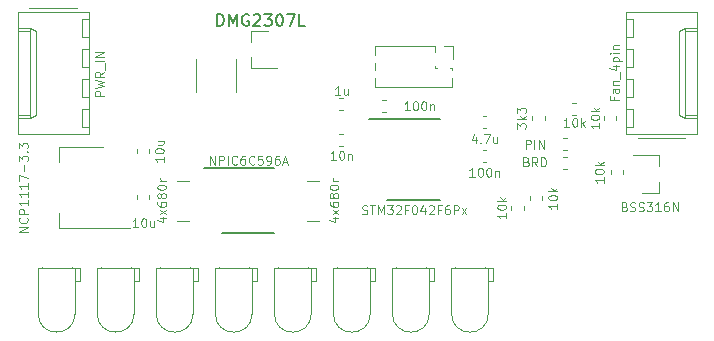
<source format=gbr>
G04 #@! TF.GenerationSoftware,KiCad,Pcbnew,(5.1.5)-3*
G04 #@! TF.CreationDate,2020-03-01T19:25:43+00:00*
G04 #@! TF.ProjectId,pwmfan,70776d66-616e-42e6-9b69-6361645f7063,rev?*
G04 #@! TF.SameCoordinates,Original*
G04 #@! TF.FileFunction,Legend,Top*
G04 #@! TF.FilePolarity,Positive*
%FSLAX46Y46*%
G04 Gerber Fmt 4.6, Leading zero omitted, Abs format (unit mm)*
G04 Created by KiCad (PCBNEW (5.1.5)-3) date 2020-03-01 19:25:43*
%MOMM*%
%LPD*%
G04 APERTURE LIST*
%ADD10C,0.120000*%
%ADD11C,0.150000*%
G04 APERTURE END LIST*
D10*
X71240000Y-53120000D02*
X72700000Y-53120000D01*
X71240000Y-56280000D02*
X73400000Y-56280000D01*
X71240000Y-56280000D02*
X71240000Y-55350000D01*
X71240000Y-53120000D02*
X71240000Y-54050000D01*
X97637221Y-63210000D02*
X97962779Y-63210000D01*
X97637221Y-62190000D02*
X97962779Y-62190000D01*
X95065000Y-60324721D02*
X95065000Y-60650279D01*
X96085000Y-60324721D02*
X96085000Y-60650279D01*
X102110000Y-60662779D02*
X102110000Y-60337221D01*
X101090000Y-60662779D02*
X101090000Y-60337221D01*
X98762779Y-59190000D02*
X98437221Y-59190000D01*
X98762779Y-60210000D02*
X98437221Y-60210000D01*
X66000000Y-65820000D02*
X65000000Y-65820000D01*
X66000000Y-69180000D02*
X65000000Y-69180000D01*
X77000000Y-69180000D02*
X76000000Y-69180000D01*
X77000000Y-65820000D02*
X76000000Y-65820000D01*
D11*
X68800000Y-70225000D02*
X73200000Y-70225000D01*
X67225000Y-64700000D02*
X73200000Y-64700000D01*
D10*
X76040000Y-73080000D02*
X76040000Y-73080000D01*
X76040000Y-73210000D02*
X76040000Y-73080000D01*
X76040000Y-73210000D02*
X76040000Y-73210000D01*
X76040000Y-73080000D02*
X76040000Y-73210000D01*
X73500000Y-73080000D02*
X73500000Y-73080000D01*
X73500000Y-73210000D02*
X73500000Y-73080000D01*
X73500000Y-73210000D02*
X73500000Y-73210000D01*
X73500000Y-73080000D02*
X73500000Y-73210000D01*
X76330000Y-73210000D02*
X76730000Y-73210000D01*
X76330000Y-74330000D02*
X76330000Y-73210000D01*
X76730000Y-74330000D02*
X76330000Y-74330000D01*
X76730000Y-73210000D02*
X76730000Y-74330000D01*
X73210000Y-73210000D02*
X76330000Y-73210000D01*
X76330000Y-73210000D02*
X76330000Y-77070000D01*
X73210000Y-73210000D02*
X73210000Y-77070000D01*
X76330000Y-77070000D02*
G75*
G02X73210000Y-77070000I-1560000J0D01*
G01*
X86330000Y-77070000D02*
G75*
G02X83210000Y-77070000I-1560000J0D01*
G01*
X83210000Y-73210000D02*
X83210000Y-77070000D01*
X86330000Y-73210000D02*
X86330000Y-77070000D01*
X83210000Y-73210000D02*
X86330000Y-73210000D01*
X86730000Y-73210000D02*
X86730000Y-74330000D01*
X86730000Y-74330000D02*
X86330000Y-74330000D01*
X86330000Y-74330000D02*
X86330000Y-73210000D01*
X86330000Y-73210000D02*
X86730000Y-73210000D01*
X83500000Y-73080000D02*
X83500000Y-73210000D01*
X83500000Y-73210000D02*
X83500000Y-73210000D01*
X83500000Y-73210000D02*
X83500000Y-73080000D01*
X83500000Y-73080000D02*
X83500000Y-73080000D01*
X86040000Y-73080000D02*
X86040000Y-73210000D01*
X86040000Y-73210000D02*
X86040000Y-73210000D01*
X86040000Y-73210000D02*
X86040000Y-73080000D01*
X86040000Y-73080000D02*
X86040000Y-73080000D01*
X81040000Y-73080000D02*
X81040000Y-73080000D01*
X81040000Y-73210000D02*
X81040000Y-73080000D01*
X81040000Y-73210000D02*
X81040000Y-73210000D01*
X81040000Y-73080000D02*
X81040000Y-73210000D01*
X78500000Y-73080000D02*
X78500000Y-73080000D01*
X78500000Y-73210000D02*
X78500000Y-73080000D01*
X78500000Y-73210000D02*
X78500000Y-73210000D01*
X78500000Y-73080000D02*
X78500000Y-73210000D01*
X81330000Y-73210000D02*
X81730000Y-73210000D01*
X81330000Y-74330000D02*
X81330000Y-73210000D01*
X81730000Y-74330000D02*
X81330000Y-74330000D01*
X81730000Y-73210000D02*
X81730000Y-74330000D01*
X78210000Y-73210000D02*
X81330000Y-73210000D01*
X81330000Y-73210000D02*
X81330000Y-77070000D01*
X78210000Y-73210000D02*
X78210000Y-77070000D01*
X81330000Y-77070000D02*
G75*
G02X78210000Y-77070000I-1560000J0D01*
G01*
X91330000Y-77070000D02*
G75*
G02X88210000Y-77070000I-1560000J0D01*
G01*
X88210000Y-73210000D02*
X88210000Y-77070000D01*
X91330000Y-73210000D02*
X91330000Y-77070000D01*
X88210000Y-73210000D02*
X91330000Y-73210000D01*
X91730000Y-73210000D02*
X91730000Y-74330000D01*
X91730000Y-74330000D02*
X91330000Y-74330000D01*
X91330000Y-74330000D02*
X91330000Y-73210000D01*
X91330000Y-73210000D02*
X91730000Y-73210000D01*
X88500000Y-73080000D02*
X88500000Y-73210000D01*
X88500000Y-73210000D02*
X88500000Y-73210000D01*
X88500000Y-73210000D02*
X88500000Y-73080000D01*
X88500000Y-73080000D02*
X88500000Y-73080000D01*
X91040000Y-73080000D02*
X91040000Y-73210000D01*
X91040000Y-73210000D02*
X91040000Y-73210000D01*
X91040000Y-73210000D02*
X91040000Y-73080000D01*
X91040000Y-73080000D02*
X91040000Y-73080000D01*
X94310000Y-68262779D02*
X94310000Y-67937221D01*
X93290000Y-68262779D02*
X93290000Y-67937221D01*
X94890000Y-67462779D02*
X94890000Y-67137221D01*
X95910000Y-67462779D02*
X95910000Y-67137221D01*
X56905000Y-61300000D02*
X57505000Y-61300000D01*
X56905000Y-59700000D02*
X56905000Y-61300000D01*
X57505000Y-59700000D02*
X56905000Y-59700000D01*
X56905000Y-58760000D02*
X57505000Y-58760000D01*
X56905000Y-57160000D02*
X56905000Y-58760000D01*
X57505000Y-57160000D02*
X56905000Y-57160000D01*
X56905000Y-56220000D02*
X57505000Y-56220000D01*
X56905000Y-54620000D02*
X56905000Y-56220000D01*
X57505000Y-54620000D02*
X56905000Y-54620000D01*
X56905000Y-53680000D02*
X57505000Y-53680000D01*
X56905000Y-52080000D02*
X56905000Y-53680000D01*
X57505000Y-52080000D02*
X56905000Y-52080000D01*
X51485000Y-60250000D02*
X52485000Y-60250000D01*
X51485000Y-53130000D02*
X52485000Y-53130000D01*
X53015000Y-60250000D02*
X52485000Y-60500000D01*
X53015000Y-53130000D02*
X53015000Y-60250000D01*
X52485000Y-52880000D02*
X53015000Y-53130000D01*
X52485000Y-60500000D02*
X51485000Y-60500000D01*
X52485000Y-52880000D02*
X52485000Y-60500000D01*
X51485000Y-52880000D02*
X52485000Y-52880000D01*
X56475000Y-51210000D02*
X52475000Y-51210000D01*
X57505000Y-61880000D02*
X57505000Y-51500000D01*
X51485000Y-61880000D02*
X57505000Y-61880000D01*
X51485000Y-51500000D02*
X51485000Y-61880000D01*
X57505000Y-51500000D02*
X51485000Y-51500000D01*
X102970000Y-61880000D02*
X108990000Y-61880000D01*
X108990000Y-61880000D02*
X108990000Y-51500000D01*
X108990000Y-51500000D02*
X102970000Y-51500000D01*
X102970000Y-51500000D02*
X102970000Y-61880000D01*
X104000000Y-62170000D02*
X108000000Y-62170000D01*
X108990000Y-60500000D02*
X107990000Y-60500000D01*
X107990000Y-60500000D02*
X107990000Y-52880000D01*
X107990000Y-52880000D02*
X108990000Y-52880000D01*
X107990000Y-60500000D02*
X107460000Y-60250000D01*
X107460000Y-60250000D02*
X107460000Y-53130000D01*
X107460000Y-53130000D02*
X107990000Y-52880000D01*
X108990000Y-60250000D02*
X107990000Y-60250000D01*
X108990000Y-53130000D02*
X107990000Y-53130000D01*
X102970000Y-61300000D02*
X103570000Y-61300000D01*
X103570000Y-61300000D02*
X103570000Y-59700000D01*
X103570000Y-59700000D02*
X102970000Y-59700000D01*
X102970000Y-58760000D02*
X103570000Y-58760000D01*
X103570000Y-58760000D02*
X103570000Y-57160000D01*
X103570000Y-57160000D02*
X102970000Y-57160000D01*
X102970000Y-56220000D02*
X103570000Y-56220000D01*
X103570000Y-56220000D02*
X103570000Y-54620000D01*
X103570000Y-54620000D02*
X102970000Y-54620000D01*
X102970000Y-53680000D02*
X103570000Y-53680000D01*
X103570000Y-53680000D02*
X103570000Y-52080000D01*
X103570000Y-52080000D02*
X102970000Y-52080000D01*
X69960000Y-55501248D02*
X69960000Y-58273752D01*
X66540000Y-55501248D02*
X66540000Y-58273752D01*
X56040000Y-73080000D02*
X56040000Y-73080000D01*
X56040000Y-73210000D02*
X56040000Y-73080000D01*
X56040000Y-73210000D02*
X56040000Y-73210000D01*
X56040000Y-73080000D02*
X56040000Y-73210000D01*
X53500000Y-73080000D02*
X53500000Y-73080000D01*
X53500000Y-73210000D02*
X53500000Y-73080000D01*
X53500000Y-73210000D02*
X53500000Y-73210000D01*
X53500000Y-73080000D02*
X53500000Y-73210000D01*
X56330000Y-73210000D02*
X56730000Y-73210000D01*
X56330000Y-74330000D02*
X56330000Y-73210000D01*
X56730000Y-74330000D02*
X56330000Y-74330000D01*
X56730000Y-73210000D02*
X56730000Y-74330000D01*
X53210000Y-73210000D02*
X56330000Y-73210000D01*
X56330000Y-73210000D02*
X56330000Y-77070000D01*
X53210000Y-73210000D02*
X53210000Y-77070000D01*
X56330000Y-77070000D02*
G75*
G02X53210000Y-77070000I-1560000J0D01*
G01*
X61330000Y-77070000D02*
G75*
G02X58210000Y-77070000I-1560000J0D01*
G01*
X58210000Y-73210000D02*
X58210000Y-77070000D01*
X61330000Y-73210000D02*
X61330000Y-77070000D01*
X58210000Y-73210000D02*
X61330000Y-73210000D01*
X61730000Y-73210000D02*
X61730000Y-74330000D01*
X61730000Y-74330000D02*
X61330000Y-74330000D01*
X61330000Y-74330000D02*
X61330000Y-73210000D01*
X61330000Y-73210000D02*
X61730000Y-73210000D01*
X58500000Y-73080000D02*
X58500000Y-73210000D01*
X58500000Y-73210000D02*
X58500000Y-73210000D01*
X58500000Y-73210000D02*
X58500000Y-73080000D01*
X58500000Y-73080000D02*
X58500000Y-73080000D01*
X61040000Y-73080000D02*
X61040000Y-73210000D01*
X61040000Y-73210000D02*
X61040000Y-73210000D01*
X61040000Y-73210000D02*
X61040000Y-73080000D01*
X61040000Y-73080000D02*
X61040000Y-73080000D01*
X66040000Y-73080000D02*
X66040000Y-73080000D01*
X66040000Y-73210000D02*
X66040000Y-73080000D01*
X66040000Y-73210000D02*
X66040000Y-73210000D01*
X66040000Y-73080000D02*
X66040000Y-73210000D01*
X63500000Y-73080000D02*
X63500000Y-73080000D01*
X63500000Y-73210000D02*
X63500000Y-73080000D01*
X63500000Y-73210000D02*
X63500000Y-73210000D01*
X63500000Y-73080000D02*
X63500000Y-73210000D01*
X66330000Y-73210000D02*
X66730000Y-73210000D01*
X66330000Y-74330000D02*
X66330000Y-73210000D01*
X66730000Y-74330000D02*
X66330000Y-74330000D01*
X66730000Y-73210000D02*
X66730000Y-74330000D01*
X63210000Y-73210000D02*
X66330000Y-73210000D01*
X66330000Y-73210000D02*
X66330000Y-77070000D01*
X63210000Y-73210000D02*
X63210000Y-77070000D01*
X66330000Y-77070000D02*
G75*
G02X63210000Y-77070000I-1560000J0D01*
G01*
X71330000Y-77070000D02*
G75*
G02X68210000Y-77070000I-1560000J0D01*
G01*
X68210000Y-73210000D02*
X68210000Y-77070000D01*
X71330000Y-73210000D02*
X71330000Y-77070000D01*
X68210000Y-73210000D02*
X71330000Y-73210000D01*
X71730000Y-73210000D02*
X71730000Y-74330000D01*
X71730000Y-74330000D02*
X71330000Y-74330000D01*
X71330000Y-74330000D02*
X71330000Y-73210000D01*
X71330000Y-73210000D02*
X71730000Y-73210000D01*
X68500000Y-73080000D02*
X68500000Y-73210000D01*
X68500000Y-73210000D02*
X68500000Y-73210000D01*
X68500000Y-73210000D02*
X68500000Y-73080000D01*
X68500000Y-73080000D02*
X68500000Y-73080000D01*
X71040000Y-73080000D02*
X71040000Y-73210000D01*
X71040000Y-73210000D02*
X71040000Y-73210000D01*
X71040000Y-73210000D02*
X71040000Y-73080000D01*
X71040000Y-73080000D02*
X71040000Y-73080000D01*
X81765000Y-54370000D02*
X81765000Y-55192470D01*
X81765000Y-57077530D02*
X81765000Y-57900000D01*
X81765000Y-55807530D02*
X81765000Y-56462470D01*
X86780000Y-54370000D02*
X81765000Y-54370000D01*
X88235000Y-57900000D02*
X81765000Y-57900000D01*
X86780000Y-54370000D02*
X86780000Y-54936529D01*
X86780000Y-56063471D02*
X86780000Y-56206529D01*
X86833471Y-56260000D02*
X86976529Y-56260000D01*
X88103471Y-56260000D02*
X88235000Y-56260000D01*
X88235000Y-56260000D02*
X88235000Y-56462470D01*
X88235000Y-57077530D02*
X88235000Y-57900000D01*
X87540000Y-54370000D02*
X88300000Y-54370000D01*
X88300000Y-54370000D02*
X88300000Y-55500000D01*
X82662779Y-60010000D02*
X82337221Y-60010000D01*
X82662779Y-58990000D02*
X82337221Y-58990000D01*
X90837221Y-64197500D02*
X91162779Y-64197500D01*
X90837221Y-63177500D02*
X91162779Y-63177500D01*
X79025279Y-62860000D02*
X78699721Y-62860000D01*
X79025279Y-61840000D02*
X78699721Y-61840000D01*
X79025279Y-58840000D02*
X78699721Y-58840000D01*
X79025279Y-59860000D02*
X78699721Y-59860000D01*
X62610000Y-63137221D02*
X62610000Y-63462779D01*
X61590000Y-63137221D02*
X61590000Y-63462779D01*
X61590000Y-67024721D02*
X61590000Y-67350279D01*
X62610000Y-67024721D02*
X62610000Y-67350279D01*
X90837221Y-60365000D02*
X91162779Y-60365000D01*
X90837221Y-61385000D02*
X91162779Y-61385000D01*
D11*
X82775000Y-67450000D02*
X87225000Y-67450000D01*
X81250000Y-60550000D02*
X87225000Y-60550000D01*
D10*
X54940000Y-62990000D02*
X54940000Y-64250000D01*
X54940000Y-69810000D02*
X54940000Y-68550000D01*
X58700000Y-62990000D02*
X54940000Y-62990000D01*
X60950000Y-69810000D02*
X54940000Y-69810000D01*
X105760000Y-66830000D02*
X105760000Y-65900000D01*
X105760000Y-63670000D02*
X105760000Y-64600000D01*
X105760000Y-63670000D02*
X103600000Y-63670000D01*
X105760000Y-66830000D02*
X104300000Y-66830000D01*
X97962779Y-63790000D02*
X97637221Y-63790000D01*
X97962779Y-64810000D02*
X97637221Y-64810000D01*
X101740000Y-65250279D02*
X101740000Y-64924721D01*
X102760000Y-65250279D02*
X102760000Y-64924721D01*
D11*
X68357142Y-52702380D02*
X68357142Y-51702380D01*
X68595238Y-51702380D01*
X68738095Y-51750000D01*
X68833333Y-51845238D01*
X68880952Y-51940476D01*
X68928571Y-52130952D01*
X68928571Y-52273809D01*
X68880952Y-52464285D01*
X68833333Y-52559523D01*
X68738095Y-52654761D01*
X68595238Y-52702380D01*
X68357142Y-52702380D01*
X69357142Y-52702380D02*
X69357142Y-51702380D01*
X69690476Y-52416666D01*
X70023809Y-51702380D01*
X70023809Y-52702380D01*
X71023809Y-51750000D02*
X70928571Y-51702380D01*
X70785714Y-51702380D01*
X70642857Y-51750000D01*
X70547619Y-51845238D01*
X70500000Y-51940476D01*
X70452380Y-52130952D01*
X70452380Y-52273809D01*
X70500000Y-52464285D01*
X70547619Y-52559523D01*
X70642857Y-52654761D01*
X70785714Y-52702380D01*
X70880952Y-52702380D01*
X71023809Y-52654761D01*
X71071428Y-52607142D01*
X71071428Y-52273809D01*
X70880952Y-52273809D01*
X71452380Y-51797619D02*
X71500000Y-51750000D01*
X71595238Y-51702380D01*
X71833333Y-51702380D01*
X71928571Y-51750000D01*
X71976190Y-51797619D01*
X72023809Y-51892857D01*
X72023809Y-51988095D01*
X71976190Y-52130952D01*
X71404761Y-52702380D01*
X72023809Y-52702380D01*
X72357142Y-51702380D02*
X72976190Y-51702380D01*
X72642857Y-52083333D01*
X72785714Y-52083333D01*
X72880952Y-52130952D01*
X72928571Y-52178571D01*
X72976190Y-52273809D01*
X72976190Y-52511904D01*
X72928571Y-52607142D01*
X72880952Y-52654761D01*
X72785714Y-52702380D01*
X72500000Y-52702380D01*
X72404761Y-52654761D01*
X72357142Y-52607142D01*
X73595238Y-51702380D02*
X73690476Y-51702380D01*
X73785714Y-51750000D01*
X73833333Y-51797619D01*
X73880952Y-51892857D01*
X73928571Y-52083333D01*
X73928571Y-52321428D01*
X73880952Y-52511904D01*
X73833333Y-52607142D01*
X73785714Y-52654761D01*
X73690476Y-52702380D01*
X73595238Y-52702380D01*
X73500000Y-52654761D01*
X73452380Y-52607142D01*
X73404761Y-52511904D01*
X73357142Y-52321428D01*
X73357142Y-52083333D01*
X73404761Y-51892857D01*
X73452380Y-51797619D01*
X73500000Y-51750000D01*
X73595238Y-51702380D01*
X74261904Y-51702380D02*
X74928571Y-51702380D01*
X74500000Y-52702380D01*
X75785714Y-52702380D02*
X75309523Y-52702380D01*
X75309523Y-51702380D01*
D10*
X94482142Y-63089285D02*
X94482142Y-62339285D01*
X94767857Y-62339285D01*
X94839285Y-62375000D01*
X94875000Y-62410714D01*
X94910714Y-62482142D01*
X94910714Y-62589285D01*
X94875000Y-62660714D01*
X94839285Y-62696428D01*
X94767857Y-62732142D01*
X94482142Y-62732142D01*
X95232142Y-63089285D02*
X95232142Y-62339285D01*
X95589285Y-63089285D02*
X95589285Y-62339285D01*
X96017857Y-63089285D01*
X96017857Y-62339285D01*
X93734285Y-61398214D02*
X93734285Y-60933928D01*
X94020000Y-61183928D01*
X94020000Y-61076785D01*
X94055714Y-61005357D01*
X94091428Y-60969642D01*
X94162857Y-60933928D01*
X94341428Y-60933928D01*
X94412857Y-60969642D01*
X94448571Y-61005357D01*
X94484285Y-61076785D01*
X94484285Y-61291071D01*
X94448571Y-61362500D01*
X94412857Y-61398214D01*
X94484285Y-60612500D02*
X93734285Y-60612500D01*
X94198571Y-60541071D02*
X94484285Y-60326785D01*
X93984285Y-60326785D02*
X94270000Y-60612500D01*
X93734285Y-60076785D02*
X93734285Y-59612500D01*
X94020000Y-59862500D01*
X94020000Y-59755357D01*
X94055714Y-59683928D01*
X94091428Y-59648214D01*
X94162857Y-59612500D01*
X94341428Y-59612500D01*
X94412857Y-59648214D01*
X94448571Y-59683928D01*
X94484285Y-59755357D01*
X94484285Y-59969642D01*
X94448571Y-60041071D01*
X94412857Y-60076785D01*
X100739285Y-60946428D02*
X100739285Y-61375000D01*
X100739285Y-61160714D02*
X99989285Y-61160714D01*
X100096428Y-61232142D01*
X100167857Y-61303571D01*
X100203571Y-61375000D01*
X99989285Y-60482142D02*
X99989285Y-60410714D01*
X100025000Y-60339285D01*
X100060714Y-60303571D01*
X100132142Y-60267857D01*
X100275000Y-60232142D01*
X100453571Y-60232142D01*
X100596428Y-60267857D01*
X100667857Y-60303571D01*
X100703571Y-60339285D01*
X100739285Y-60410714D01*
X100739285Y-60482142D01*
X100703571Y-60553571D01*
X100667857Y-60589285D01*
X100596428Y-60625000D01*
X100453571Y-60660714D01*
X100275000Y-60660714D01*
X100132142Y-60625000D01*
X100060714Y-60589285D01*
X100025000Y-60553571D01*
X99989285Y-60482142D01*
X100739285Y-59910714D02*
X99989285Y-59910714D01*
X100453571Y-59839285D02*
X100739285Y-59625000D01*
X100239285Y-59625000D02*
X100525000Y-59910714D01*
X98153571Y-61239285D02*
X97725000Y-61239285D01*
X97939285Y-61239285D02*
X97939285Y-60489285D01*
X97867857Y-60596428D01*
X97796428Y-60667857D01*
X97725000Y-60703571D01*
X98617857Y-60489285D02*
X98689285Y-60489285D01*
X98760714Y-60525000D01*
X98796428Y-60560714D01*
X98832142Y-60632142D01*
X98867857Y-60775000D01*
X98867857Y-60953571D01*
X98832142Y-61096428D01*
X98796428Y-61167857D01*
X98760714Y-61203571D01*
X98689285Y-61239285D01*
X98617857Y-61239285D01*
X98546428Y-61203571D01*
X98510714Y-61167857D01*
X98475000Y-61096428D01*
X98439285Y-60953571D01*
X98439285Y-60775000D01*
X98475000Y-60632142D01*
X98510714Y-60560714D01*
X98546428Y-60525000D01*
X98617857Y-60489285D01*
X99189285Y-61239285D02*
X99189285Y-60489285D01*
X99260714Y-60953571D02*
X99475000Y-61239285D01*
X99475000Y-60739285D02*
X99189285Y-61025000D01*
X63539285Y-68964285D02*
X64039285Y-68964285D01*
X63253571Y-69142857D02*
X63789285Y-69321428D01*
X63789285Y-68857142D01*
X64039285Y-68642857D02*
X63539285Y-68250000D01*
X63539285Y-68642857D02*
X64039285Y-68250000D01*
X63289285Y-67642857D02*
X63289285Y-67785714D01*
X63325000Y-67857142D01*
X63360714Y-67892857D01*
X63467857Y-67964285D01*
X63610714Y-68000000D01*
X63896428Y-68000000D01*
X63967857Y-67964285D01*
X64003571Y-67928571D01*
X64039285Y-67857142D01*
X64039285Y-67714285D01*
X64003571Y-67642857D01*
X63967857Y-67607142D01*
X63896428Y-67571428D01*
X63717857Y-67571428D01*
X63646428Y-67607142D01*
X63610714Y-67642857D01*
X63575000Y-67714285D01*
X63575000Y-67857142D01*
X63610714Y-67928571D01*
X63646428Y-67964285D01*
X63717857Y-68000000D01*
X63610714Y-67142857D02*
X63575000Y-67214285D01*
X63539285Y-67250000D01*
X63467857Y-67285714D01*
X63432142Y-67285714D01*
X63360714Y-67250000D01*
X63325000Y-67214285D01*
X63289285Y-67142857D01*
X63289285Y-67000000D01*
X63325000Y-66928571D01*
X63360714Y-66892857D01*
X63432142Y-66857142D01*
X63467857Y-66857142D01*
X63539285Y-66892857D01*
X63575000Y-66928571D01*
X63610714Y-67000000D01*
X63610714Y-67142857D01*
X63646428Y-67214285D01*
X63682142Y-67250000D01*
X63753571Y-67285714D01*
X63896428Y-67285714D01*
X63967857Y-67250000D01*
X64003571Y-67214285D01*
X64039285Y-67142857D01*
X64039285Y-67000000D01*
X64003571Y-66928571D01*
X63967857Y-66892857D01*
X63896428Y-66857142D01*
X63753571Y-66857142D01*
X63682142Y-66892857D01*
X63646428Y-66928571D01*
X63610714Y-67000000D01*
X63289285Y-66392857D02*
X63289285Y-66321428D01*
X63325000Y-66250000D01*
X63360714Y-66214285D01*
X63432142Y-66178571D01*
X63575000Y-66142857D01*
X63753571Y-66142857D01*
X63896428Y-66178571D01*
X63967857Y-66214285D01*
X64003571Y-66250000D01*
X64039285Y-66321428D01*
X64039285Y-66392857D01*
X64003571Y-66464285D01*
X63967857Y-66500000D01*
X63896428Y-66535714D01*
X63753571Y-66571428D01*
X63575000Y-66571428D01*
X63432142Y-66535714D01*
X63360714Y-66500000D01*
X63325000Y-66464285D01*
X63289285Y-66392857D01*
X64039285Y-65821428D02*
X63539285Y-65821428D01*
X63682142Y-65821428D02*
X63610714Y-65785714D01*
X63575000Y-65750000D01*
X63539285Y-65678571D01*
X63539285Y-65607142D01*
X78139285Y-68964285D02*
X78639285Y-68964285D01*
X77853571Y-69142857D02*
X78389285Y-69321428D01*
X78389285Y-68857142D01*
X78639285Y-68642857D02*
X78139285Y-68250000D01*
X78139285Y-68642857D02*
X78639285Y-68250000D01*
X77889285Y-67642857D02*
X77889285Y-67785714D01*
X77925000Y-67857142D01*
X77960714Y-67892857D01*
X78067857Y-67964285D01*
X78210714Y-68000000D01*
X78496428Y-68000000D01*
X78567857Y-67964285D01*
X78603571Y-67928571D01*
X78639285Y-67857142D01*
X78639285Y-67714285D01*
X78603571Y-67642857D01*
X78567857Y-67607142D01*
X78496428Y-67571428D01*
X78317857Y-67571428D01*
X78246428Y-67607142D01*
X78210714Y-67642857D01*
X78175000Y-67714285D01*
X78175000Y-67857142D01*
X78210714Y-67928571D01*
X78246428Y-67964285D01*
X78317857Y-68000000D01*
X78210714Y-67142857D02*
X78175000Y-67214285D01*
X78139285Y-67250000D01*
X78067857Y-67285714D01*
X78032142Y-67285714D01*
X77960714Y-67250000D01*
X77925000Y-67214285D01*
X77889285Y-67142857D01*
X77889285Y-67000000D01*
X77925000Y-66928571D01*
X77960714Y-66892857D01*
X78032142Y-66857142D01*
X78067857Y-66857142D01*
X78139285Y-66892857D01*
X78175000Y-66928571D01*
X78210714Y-67000000D01*
X78210714Y-67142857D01*
X78246428Y-67214285D01*
X78282142Y-67250000D01*
X78353571Y-67285714D01*
X78496428Y-67285714D01*
X78567857Y-67250000D01*
X78603571Y-67214285D01*
X78639285Y-67142857D01*
X78639285Y-67000000D01*
X78603571Y-66928571D01*
X78567857Y-66892857D01*
X78496428Y-66857142D01*
X78353571Y-66857142D01*
X78282142Y-66892857D01*
X78246428Y-66928571D01*
X78210714Y-67000000D01*
X77889285Y-66392857D02*
X77889285Y-66321428D01*
X77925000Y-66250000D01*
X77960714Y-66214285D01*
X78032142Y-66178571D01*
X78175000Y-66142857D01*
X78353571Y-66142857D01*
X78496428Y-66178571D01*
X78567857Y-66214285D01*
X78603571Y-66250000D01*
X78639285Y-66321428D01*
X78639285Y-66392857D01*
X78603571Y-66464285D01*
X78567857Y-66500000D01*
X78496428Y-66535714D01*
X78353571Y-66571428D01*
X78175000Y-66571428D01*
X78032142Y-66535714D01*
X77960714Y-66500000D01*
X77925000Y-66464285D01*
X77889285Y-66392857D01*
X78639285Y-65821428D02*
X78139285Y-65821428D01*
X78282142Y-65821428D02*
X78210714Y-65785714D01*
X78175000Y-65750000D01*
X78139285Y-65678571D01*
X78139285Y-65607142D01*
X67732142Y-64439285D02*
X67732142Y-63689285D01*
X68160714Y-64439285D01*
X68160714Y-63689285D01*
X68517857Y-64439285D02*
X68517857Y-63689285D01*
X68803571Y-63689285D01*
X68875000Y-63725000D01*
X68910714Y-63760714D01*
X68946428Y-63832142D01*
X68946428Y-63939285D01*
X68910714Y-64010714D01*
X68875000Y-64046428D01*
X68803571Y-64082142D01*
X68517857Y-64082142D01*
X69267857Y-64439285D02*
X69267857Y-63689285D01*
X70053571Y-64367857D02*
X70017857Y-64403571D01*
X69910714Y-64439285D01*
X69839285Y-64439285D01*
X69732142Y-64403571D01*
X69660714Y-64332142D01*
X69625000Y-64260714D01*
X69589285Y-64117857D01*
X69589285Y-64010714D01*
X69625000Y-63867857D01*
X69660714Y-63796428D01*
X69732142Y-63725000D01*
X69839285Y-63689285D01*
X69910714Y-63689285D01*
X70017857Y-63725000D01*
X70053571Y-63760714D01*
X70696428Y-63689285D02*
X70553571Y-63689285D01*
X70482142Y-63725000D01*
X70446428Y-63760714D01*
X70375000Y-63867857D01*
X70339285Y-64010714D01*
X70339285Y-64296428D01*
X70375000Y-64367857D01*
X70410714Y-64403571D01*
X70482142Y-64439285D01*
X70625000Y-64439285D01*
X70696428Y-64403571D01*
X70732142Y-64367857D01*
X70767857Y-64296428D01*
X70767857Y-64117857D01*
X70732142Y-64046428D01*
X70696428Y-64010714D01*
X70625000Y-63975000D01*
X70482142Y-63975000D01*
X70410714Y-64010714D01*
X70375000Y-64046428D01*
X70339285Y-64117857D01*
X71517857Y-64367857D02*
X71482142Y-64403571D01*
X71375000Y-64439285D01*
X71303571Y-64439285D01*
X71196428Y-64403571D01*
X71125000Y-64332142D01*
X71089285Y-64260714D01*
X71053571Y-64117857D01*
X71053571Y-64010714D01*
X71089285Y-63867857D01*
X71125000Y-63796428D01*
X71196428Y-63725000D01*
X71303571Y-63689285D01*
X71375000Y-63689285D01*
X71482142Y-63725000D01*
X71517857Y-63760714D01*
X72196428Y-63689285D02*
X71839285Y-63689285D01*
X71803571Y-64046428D01*
X71839285Y-64010714D01*
X71910714Y-63975000D01*
X72089285Y-63975000D01*
X72160714Y-64010714D01*
X72196428Y-64046428D01*
X72232142Y-64117857D01*
X72232142Y-64296428D01*
X72196428Y-64367857D01*
X72160714Y-64403571D01*
X72089285Y-64439285D01*
X71910714Y-64439285D01*
X71839285Y-64403571D01*
X71803571Y-64367857D01*
X72589285Y-64439285D02*
X72732142Y-64439285D01*
X72803571Y-64403571D01*
X72839285Y-64367857D01*
X72910714Y-64260714D01*
X72946428Y-64117857D01*
X72946428Y-63832142D01*
X72910714Y-63760714D01*
X72875000Y-63725000D01*
X72803571Y-63689285D01*
X72660714Y-63689285D01*
X72589285Y-63725000D01*
X72553571Y-63760714D01*
X72517857Y-63832142D01*
X72517857Y-64010714D01*
X72553571Y-64082142D01*
X72589285Y-64117857D01*
X72660714Y-64153571D01*
X72803571Y-64153571D01*
X72875000Y-64117857D01*
X72910714Y-64082142D01*
X72946428Y-64010714D01*
X73589285Y-63689285D02*
X73446428Y-63689285D01*
X73375000Y-63725000D01*
X73339285Y-63760714D01*
X73267857Y-63867857D01*
X73232142Y-64010714D01*
X73232142Y-64296428D01*
X73267857Y-64367857D01*
X73303571Y-64403571D01*
X73375000Y-64439285D01*
X73517857Y-64439285D01*
X73589285Y-64403571D01*
X73625000Y-64367857D01*
X73660714Y-64296428D01*
X73660714Y-64117857D01*
X73625000Y-64046428D01*
X73589285Y-64010714D01*
X73517857Y-63975000D01*
X73375000Y-63975000D01*
X73303571Y-64010714D01*
X73267857Y-64046428D01*
X73232142Y-64117857D01*
X73946428Y-64225000D02*
X74303571Y-64225000D01*
X73875000Y-64439285D02*
X74125000Y-63689285D01*
X74375000Y-64439285D01*
X92839285Y-68546428D02*
X92839285Y-68975000D01*
X92839285Y-68760714D02*
X92089285Y-68760714D01*
X92196428Y-68832142D01*
X92267857Y-68903571D01*
X92303571Y-68975000D01*
X92089285Y-68082142D02*
X92089285Y-68010714D01*
X92125000Y-67939285D01*
X92160714Y-67903571D01*
X92232142Y-67867857D01*
X92375000Y-67832142D01*
X92553571Y-67832142D01*
X92696428Y-67867857D01*
X92767857Y-67903571D01*
X92803571Y-67939285D01*
X92839285Y-68010714D01*
X92839285Y-68082142D01*
X92803571Y-68153571D01*
X92767857Y-68189285D01*
X92696428Y-68225000D01*
X92553571Y-68260714D01*
X92375000Y-68260714D01*
X92232142Y-68225000D01*
X92160714Y-68189285D01*
X92125000Y-68153571D01*
X92089285Y-68082142D01*
X92839285Y-67510714D02*
X92089285Y-67510714D01*
X92553571Y-67439285D02*
X92839285Y-67225000D01*
X92339285Y-67225000D02*
X92625000Y-67510714D01*
X97169285Y-67746428D02*
X97169285Y-68175000D01*
X97169285Y-67960714D02*
X96419285Y-67960714D01*
X96526428Y-68032142D01*
X96597857Y-68103571D01*
X96633571Y-68175000D01*
X96419285Y-67282142D02*
X96419285Y-67210714D01*
X96455000Y-67139285D01*
X96490714Y-67103571D01*
X96562142Y-67067857D01*
X96705000Y-67032142D01*
X96883571Y-67032142D01*
X97026428Y-67067857D01*
X97097857Y-67103571D01*
X97133571Y-67139285D01*
X97169285Y-67210714D01*
X97169285Y-67282142D01*
X97133571Y-67353571D01*
X97097857Y-67389285D01*
X97026428Y-67425000D01*
X96883571Y-67460714D01*
X96705000Y-67460714D01*
X96562142Y-67425000D01*
X96490714Y-67389285D01*
X96455000Y-67353571D01*
X96419285Y-67282142D01*
X97169285Y-66710714D02*
X96419285Y-66710714D01*
X96883571Y-66639285D02*
X97169285Y-66425000D01*
X96669285Y-66425000D02*
X96955000Y-66710714D01*
X58789285Y-58607142D02*
X58039285Y-58607142D01*
X58039285Y-58321428D01*
X58075000Y-58250000D01*
X58110714Y-58214285D01*
X58182142Y-58178571D01*
X58289285Y-58178571D01*
X58360714Y-58214285D01*
X58396428Y-58250000D01*
X58432142Y-58321428D01*
X58432142Y-58607142D01*
X58039285Y-57928571D02*
X58789285Y-57750000D01*
X58253571Y-57607142D01*
X58789285Y-57464285D01*
X58039285Y-57285714D01*
X58789285Y-56571428D02*
X58432142Y-56821428D01*
X58789285Y-57000000D02*
X58039285Y-57000000D01*
X58039285Y-56714285D01*
X58075000Y-56642857D01*
X58110714Y-56607142D01*
X58182142Y-56571428D01*
X58289285Y-56571428D01*
X58360714Y-56607142D01*
X58396428Y-56642857D01*
X58432142Y-56714285D01*
X58432142Y-57000000D01*
X58860714Y-56428571D02*
X58860714Y-55857142D01*
X58789285Y-55678571D02*
X58039285Y-55678571D01*
X58789285Y-55321428D02*
X58039285Y-55321428D01*
X58789285Y-54892857D01*
X58039285Y-54892857D01*
X101971428Y-58746428D02*
X101971428Y-58996428D01*
X102364285Y-58996428D02*
X101614285Y-58996428D01*
X101614285Y-58639285D01*
X102364285Y-58032142D02*
X101971428Y-58032142D01*
X101900000Y-58067857D01*
X101864285Y-58139285D01*
X101864285Y-58282142D01*
X101900000Y-58353571D01*
X102328571Y-58032142D02*
X102364285Y-58103571D01*
X102364285Y-58282142D01*
X102328571Y-58353571D01*
X102257142Y-58389285D01*
X102185714Y-58389285D01*
X102114285Y-58353571D01*
X102078571Y-58282142D01*
X102078571Y-58103571D01*
X102042857Y-58032142D01*
X101864285Y-57675000D02*
X102364285Y-57675000D01*
X101935714Y-57675000D02*
X101900000Y-57639285D01*
X101864285Y-57567857D01*
X101864285Y-57460714D01*
X101900000Y-57389285D01*
X101971428Y-57353571D01*
X102364285Y-57353571D01*
X102435714Y-57175000D02*
X102435714Y-56603571D01*
X101864285Y-56103571D02*
X102364285Y-56103571D01*
X101578571Y-56282142D02*
X102114285Y-56460714D01*
X102114285Y-55996428D01*
X101864285Y-55710714D02*
X102614285Y-55710714D01*
X101900000Y-55710714D02*
X101864285Y-55639285D01*
X101864285Y-55496428D01*
X101900000Y-55425000D01*
X101935714Y-55389285D01*
X102007142Y-55353571D01*
X102221428Y-55353571D01*
X102292857Y-55389285D01*
X102328571Y-55425000D01*
X102364285Y-55496428D01*
X102364285Y-55639285D01*
X102328571Y-55710714D01*
X102364285Y-55032142D02*
X101864285Y-55032142D01*
X101614285Y-55032142D02*
X101650000Y-55067857D01*
X101685714Y-55032142D01*
X101650000Y-54996428D01*
X101614285Y-55032142D01*
X101685714Y-55032142D01*
X101864285Y-54675000D02*
X102364285Y-54675000D01*
X101935714Y-54675000D02*
X101900000Y-54639285D01*
X101864285Y-54567857D01*
X101864285Y-54460714D01*
X101900000Y-54389285D01*
X101971428Y-54353571D01*
X102364285Y-54353571D01*
X84660714Y-59839285D02*
X84232142Y-59839285D01*
X84446428Y-59839285D02*
X84446428Y-59089285D01*
X84375000Y-59196428D01*
X84303571Y-59267857D01*
X84232142Y-59303571D01*
X85125000Y-59089285D02*
X85196428Y-59089285D01*
X85267857Y-59125000D01*
X85303571Y-59160714D01*
X85339285Y-59232142D01*
X85375000Y-59375000D01*
X85375000Y-59553571D01*
X85339285Y-59696428D01*
X85303571Y-59767857D01*
X85267857Y-59803571D01*
X85196428Y-59839285D01*
X85125000Y-59839285D01*
X85053571Y-59803571D01*
X85017857Y-59767857D01*
X84982142Y-59696428D01*
X84946428Y-59553571D01*
X84946428Y-59375000D01*
X84982142Y-59232142D01*
X85017857Y-59160714D01*
X85053571Y-59125000D01*
X85125000Y-59089285D01*
X85839285Y-59089285D02*
X85910714Y-59089285D01*
X85982142Y-59125000D01*
X86017857Y-59160714D01*
X86053571Y-59232142D01*
X86089285Y-59375000D01*
X86089285Y-59553571D01*
X86053571Y-59696428D01*
X86017857Y-59767857D01*
X85982142Y-59803571D01*
X85910714Y-59839285D01*
X85839285Y-59839285D01*
X85767857Y-59803571D01*
X85732142Y-59767857D01*
X85696428Y-59696428D01*
X85660714Y-59553571D01*
X85660714Y-59375000D01*
X85696428Y-59232142D01*
X85732142Y-59160714D01*
X85767857Y-59125000D01*
X85839285Y-59089285D01*
X86410714Y-59339285D02*
X86410714Y-59839285D01*
X86410714Y-59410714D02*
X86446428Y-59375000D01*
X86517857Y-59339285D01*
X86625000Y-59339285D01*
X86696428Y-59375000D01*
X86732142Y-59446428D01*
X86732142Y-59839285D01*
X90160714Y-65456785D02*
X89732142Y-65456785D01*
X89946428Y-65456785D02*
X89946428Y-64706785D01*
X89875000Y-64813928D01*
X89803571Y-64885357D01*
X89732142Y-64921071D01*
X90625000Y-64706785D02*
X90696428Y-64706785D01*
X90767857Y-64742500D01*
X90803571Y-64778214D01*
X90839285Y-64849642D01*
X90875000Y-64992500D01*
X90875000Y-65171071D01*
X90839285Y-65313928D01*
X90803571Y-65385357D01*
X90767857Y-65421071D01*
X90696428Y-65456785D01*
X90625000Y-65456785D01*
X90553571Y-65421071D01*
X90517857Y-65385357D01*
X90482142Y-65313928D01*
X90446428Y-65171071D01*
X90446428Y-64992500D01*
X90482142Y-64849642D01*
X90517857Y-64778214D01*
X90553571Y-64742500D01*
X90625000Y-64706785D01*
X91339285Y-64706785D02*
X91410714Y-64706785D01*
X91482142Y-64742500D01*
X91517857Y-64778214D01*
X91553571Y-64849642D01*
X91589285Y-64992500D01*
X91589285Y-65171071D01*
X91553571Y-65313928D01*
X91517857Y-65385357D01*
X91482142Y-65421071D01*
X91410714Y-65456785D01*
X91339285Y-65456785D01*
X91267857Y-65421071D01*
X91232142Y-65385357D01*
X91196428Y-65313928D01*
X91160714Y-65171071D01*
X91160714Y-64992500D01*
X91196428Y-64849642D01*
X91232142Y-64778214D01*
X91267857Y-64742500D01*
X91339285Y-64706785D01*
X91910714Y-64956785D02*
X91910714Y-65456785D01*
X91910714Y-65028214D02*
X91946428Y-64992500D01*
X92017857Y-64956785D01*
X92125000Y-64956785D01*
X92196428Y-64992500D01*
X92232142Y-65063928D01*
X92232142Y-65456785D01*
X78417857Y-64039285D02*
X77989285Y-64039285D01*
X78203571Y-64039285D02*
X78203571Y-63289285D01*
X78132142Y-63396428D01*
X78060714Y-63467857D01*
X77989285Y-63503571D01*
X78882142Y-63289285D02*
X78953571Y-63289285D01*
X79025000Y-63325000D01*
X79060714Y-63360714D01*
X79096428Y-63432142D01*
X79132142Y-63575000D01*
X79132142Y-63753571D01*
X79096428Y-63896428D01*
X79060714Y-63967857D01*
X79025000Y-64003571D01*
X78953571Y-64039285D01*
X78882142Y-64039285D01*
X78810714Y-64003571D01*
X78775000Y-63967857D01*
X78739285Y-63896428D01*
X78703571Y-63753571D01*
X78703571Y-63575000D01*
X78739285Y-63432142D01*
X78775000Y-63360714D01*
X78810714Y-63325000D01*
X78882142Y-63289285D01*
X79453571Y-63539285D02*
X79453571Y-64039285D01*
X79453571Y-63610714D02*
X79489285Y-63575000D01*
X79560714Y-63539285D01*
X79667857Y-63539285D01*
X79739285Y-63575000D01*
X79775000Y-63646428D01*
X79775000Y-64039285D01*
X78775000Y-58539285D02*
X78346428Y-58539285D01*
X78560714Y-58539285D02*
X78560714Y-57789285D01*
X78489285Y-57896428D01*
X78417857Y-57967857D01*
X78346428Y-58003571D01*
X79417857Y-58039285D02*
X79417857Y-58539285D01*
X79096428Y-58039285D02*
X79096428Y-58432142D01*
X79132142Y-58503571D01*
X79203571Y-58539285D01*
X79310714Y-58539285D01*
X79382142Y-58503571D01*
X79417857Y-58467857D01*
X63839285Y-63782142D02*
X63839285Y-64210714D01*
X63839285Y-63996428D02*
X63089285Y-63996428D01*
X63196428Y-64067857D01*
X63267857Y-64139285D01*
X63303571Y-64210714D01*
X63089285Y-63317857D02*
X63089285Y-63246428D01*
X63125000Y-63175000D01*
X63160714Y-63139285D01*
X63232142Y-63103571D01*
X63375000Y-63067857D01*
X63553571Y-63067857D01*
X63696428Y-63103571D01*
X63767857Y-63139285D01*
X63803571Y-63175000D01*
X63839285Y-63246428D01*
X63839285Y-63317857D01*
X63803571Y-63389285D01*
X63767857Y-63425000D01*
X63696428Y-63460714D01*
X63553571Y-63496428D01*
X63375000Y-63496428D01*
X63232142Y-63460714D01*
X63160714Y-63425000D01*
X63125000Y-63389285D01*
X63089285Y-63317857D01*
X63339285Y-62425000D02*
X63839285Y-62425000D01*
X63339285Y-62746428D02*
X63732142Y-62746428D01*
X63803571Y-62710714D01*
X63839285Y-62639285D01*
X63839285Y-62532142D01*
X63803571Y-62460714D01*
X63767857Y-62425000D01*
X61667857Y-69739285D02*
X61239285Y-69739285D01*
X61453571Y-69739285D02*
X61453571Y-68989285D01*
X61382142Y-69096428D01*
X61310714Y-69167857D01*
X61239285Y-69203571D01*
X62132142Y-68989285D02*
X62203571Y-68989285D01*
X62275000Y-69025000D01*
X62310714Y-69060714D01*
X62346428Y-69132142D01*
X62382142Y-69275000D01*
X62382142Y-69453571D01*
X62346428Y-69596428D01*
X62310714Y-69667857D01*
X62275000Y-69703571D01*
X62203571Y-69739285D01*
X62132142Y-69739285D01*
X62060714Y-69703571D01*
X62025000Y-69667857D01*
X61989285Y-69596428D01*
X61953571Y-69453571D01*
X61953571Y-69275000D01*
X61989285Y-69132142D01*
X62025000Y-69060714D01*
X62060714Y-69025000D01*
X62132142Y-68989285D01*
X63025000Y-69239285D02*
X63025000Y-69739285D01*
X62703571Y-69239285D02*
X62703571Y-69632142D01*
X62739285Y-69703571D01*
X62810714Y-69739285D01*
X62917857Y-69739285D01*
X62989285Y-69703571D01*
X63025000Y-69667857D01*
X90267857Y-62144285D02*
X90267857Y-62644285D01*
X90089285Y-61858571D02*
X89910714Y-62394285D01*
X90375000Y-62394285D01*
X90660714Y-62572857D02*
X90696428Y-62608571D01*
X90660714Y-62644285D01*
X90625000Y-62608571D01*
X90660714Y-62572857D01*
X90660714Y-62644285D01*
X90946428Y-61894285D02*
X91446428Y-61894285D01*
X91125000Y-62644285D01*
X92053571Y-62144285D02*
X92053571Y-62644285D01*
X91732142Y-62144285D02*
X91732142Y-62537142D01*
X91767857Y-62608571D01*
X91839285Y-62644285D01*
X91946428Y-62644285D01*
X92017857Y-62608571D01*
X92053571Y-62572857D01*
X80657142Y-68603571D02*
X80764285Y-68639285D01*
X80942857Y-68639285D01*
X81014285Y-68603571D01*
X81050000Y-68567857D01*
X81085714Y-68496428D01*
X81085714Y-68425000D01*
X81050000Y-68353571D01*
X81014285Y-68317857D01*
X80942857Y-68282142D01*
X80800000Y-68246428D01*
X80728571Y-68210714D01*
X80692857Y-68175000D01*
X80657142Y-68103571D01*
X80657142Y-68032142D01*
X80692857Y-67960714D01*
X80728571Y-67925000D01*
X80800000Y-67889285D01*
X80978571Y-67889285D01*
X81085714Y-67925000D01*
X81300000Y-67889285D02*
X81728571Y-67889285D01*
X81514285Y-68639285D02*
X81514285Y-67889285D01*
X81978571Y-68639285D02*
X81978571Y-67889285D01*
X82228571Y-68425000D01*
X82478571Y-67889285D01*
X82478571Y-68639285D01*
X82764285Y-67889285D02*
X83228571Y-67889285D01*
X82978571Y-68175000D01*
X83085714Y-68175000D01*
X83157142Y-68210714D01*
X83192857Y-68246428D01*
X83228571Y-68317857D01*
X83228571Y-68496428D01*
X83192857Y-68567857D01*
X83157142Y-68603571D01*
X83085714Y-68639285D01*
X82871428Y-68639285D01*
X82800000Y-68603571D01*
X82764285Y-68567857D01*
X83514285Y-67960714D02*
X83550000Y-67925000D01*
X83621428Y-67889285D01*
X83800000Y-67889285D01*
X83871428Y-67925000D01*
X83907142Y-67960714D01*
X83942857Y-68032142D01*
X83942857Y-68103571D01*
X83907142Y-68210714D01*
X83478571Y-68639285D01*
X83942857Y-68639285D01*
X84514285Y-68246428D02*
X84264285Y-68246428D01*
X84264285Y-68639285D02*
X84264285Y-67889285D01*
X84621428Y-67889285D01*
X85050000Y-67889285D02*
X85121428Y-67889285D01*
X85192857Y-67925000D01*
X85228571Y-67960714D01*
X85264285Y-68032142D01*
X85300000Y-68175000D01*
X85300000Y-68353571D01*
X85264285Y-68496428D01*
X85228571Y-68567857D01*
X85192857Y-68603571D01*
X85121428Y-68639285D01*
X85050000Y-68639285D01*
X84978571Y-68603571D01*
X84942857Y-68567857D01*
X84907142Y-68496428D01*
X84871428Y-68353571D01*
X84871428Y-68175000D01*
X84907142Y-68032142D01*
X84942857Y-67960714D01*
X84978571Y-67925000D01*
X85050000Y-67889285D01*
X85942857Y-68139285D02*
X85942857Y-68639285D01*
X85764285Y-67853571D02*
X85585714Y-68389285D01*
X86050000Y-68389285D01*
X86300000Y-67960714D02*
X86335714Y-67925000D01*
X86407142Y-67889285D01*
X86585714Y-67889285D01*
X86657142Y-67925000D01*
X86692857Y-67960714D01*
X86728571Y-68032142D01*
X86728571Y-68103571D01*
X86692857Y-68210714D01*
X86264285Y-68639285D01*
X86728571Y-68639285D01*
X87300000Y-68246428D02*
X87050000Y-68246428D01*
X87050000Y-68639285D02*
X87050000Y-67889285D01*
X87407142Y-67889285D01*
X88014285Y-67889285D02*
X87871428Y-67889285D01*
X87800000Y-67925000D01*
X87764285Y-67960714D01*
X87692857Y-68067857D01*
X87657142Y-68210714D01*
X87657142Y-68496428D01*
X87692857Y-68567857D01*
X87728571Y-68603571D01*
X87800000Y-68639285D01*
X87942857Y-68639285D01*
X88014285Y-68603571D01*
X88050000Y-68567857D01*
X88085714Y-68496428D01*
X88085714Y-68317857D01*
X88050000Y-68246428D01*
X88014285Y-68210714D01*
X87942857Y-68175000D01*
X87800000Y-68175000D01*
X87728571Y-68210714D01*
X87692857Y-68246428D01*
X87657142Y-68317857D01*
X88407142Y-68639285D02*
X88407142Y-67889285D01*
X88692857Y-67889285D01*
X88764285Y-67925000D01*
X88800000Y-67960714D01*
X88835714Y-68032142D01*
X88835714Y-68139285D01*
X88800000Y-68210714D01*
X88764285Y-68246428D01*
X88692857Y-68282142D01*
X88407142Y-68282142D01*
X89085714Y-68639285D02*
X89478571Y-68139285D01*
X89085714Y-68139285D02*
X89478571Y-68639285D01*
X52339285Y-70150000D02*
X51589285Y-70150000D01*
X52339285Y-69721428D01*
X51589285Y-69721428D01*
X52267857Y-68935714D02*
X52303571Y-68971428D01*
X52339285Y-69078571D01*
X52339285Y-69150000D01*
X52303571Y-69257142D01*
X52232142Y-69328571D01*
X52160714Y-69364285D01*
X52017857Y-69400000D01*
X51910714Y-69400000D01*
X51767857Y-69364285D01*
X51696428Y-69328571D01*
X51625000Y-69257142D01*
X51589285Y-69150000D01*
X51589285Y-69078571D01*
X51625000Y-68971428D01*
X51660714Y-68935714D01*
X52339285Y-68614285D02*
X51589285Y-68614285D01*
X51589285Y-68328571D01*
X51625000Y-68257142D01*
X51660714Y-68221428D01*
X51732142Y-68185714D01*
X51839285Y-68185714D01*
X51910714Y-68221428D01*
X51946428Y-68257142D01*
X51982142Y-68328571D01*
X51982142Y-68614285D01*
X52339285Y-67471428D02*
X52339285Y-67900000D01*
X52339285Y-67685714D02*
X51589285Y-67685714D01*
X51696428Y-67757142D01*
X51767857Y-67828571D01*
X51803571Y-67900000D01*
X52339285Y-66757142D02*
X52339285Y-67185714D01*
X52339285Y-66971428D02*
X51589285Y-66971428D01*
X51696428Y-67042857D01*
X51767857Y-67114285D01*
X51803571Y-67185714D01*
X52339285Y-66042857D02*
X52339285Y-66471428D01*
X52339285Y-66257142D02*
X51589285Y-66257142D01*
X51696428Y-66328571D01*
X51767857Y-66400000D01*
X51803571Y-66471428D01*
X51589285Y-65792857D02*
X51589285Y-65292857D01*
X52339285Y-65614285D01*
X52053571Y-65007142D02*
X52053571Y-64435714D01*
X51589285Y-64150000D02*
X51589285Y-63685714D01*
X51875000Y-63935714D01*
X51875000Y-63828571D01*
X51910714Y-63757142D01*
X51946428Y-63721428D01*
X52017857Y-63685714D01*
X52196428Y-63685714D01*
X52267857Y-63721428D01*
X52303571Y-63757142D01*
X52339285Y-63828571D01*
X52339285Y-64042857D01*
X52303571Y-64114285D01*
X52267857Y-64150000D01*
X52267857Y-63364285D02*
X52303571Y-63328571D01*
X52339285Y-63364285D01*
X52303571Y-63400000D01*
X52267857Y-63364285D01*
X52339285Y-63364285D01*
X51589285Y-63078571D02*
X51589285Y-62614285D01*
X51875000Y-62864285D01*
X51875000Y-62757142D01*
X51910714Y-62685714D01*
X51946428Y-62650000D01*
X52017857Y-62614285D01*
X52196428Y-62614285D01*
X52267857Y-62650000D01*
X52303571Y-62685714D01*
X52339285Y-62757142D01*
X52339285Y-62971428D01*
X52303571Y-63042857D01*
X52267857Y-63078571D01*
X102875000Y-67996428D02*
X102982142Y-68032142D01*
X103017857Y-68067857D01*
X103053571Y-68139285D01*
X103053571Y-68246428D01*
X103017857Y-68317857D01*
X102982142Y-68353571D01*
X102910714Y-68389285D01*
X102625000Y-68389285D01*
X102625000Y-67639285D01*
X102875000Y-67639285D01*
X102946428Y-67675000D01*
X102982142Y-67710714D01*
X103017857Y-67782142D01*
X103017857Y-67853571D01*
X102982142Y-67925000D01*
X102946428Y-67960714D01*
X102875000Y-67996428D01*
X102625000Y-67996428D01*
X103339285Y-68353571D02*
X103446428Y-68389285D01*
X103625000Y-68389285D01*
X103696428Y-68353571D01*
X103732142Y-68317857D01*
X103767857Y-68246428D01*
X103767857Y-68175000D01*
X103732142Y-68103571D01*
X103696428Y-68067857D01*
X103625000Y-68032142D01*
X103482142Y-67996428D01*
X103410714Y-67960714D01*
X103375000Y-67925000D01*
X103339285Y-67853571D01*
X103339285Y-67782142D01*
X103375000Y-67710714D01*
X103410714Y-67675000D01*
X103482142Y-67639285D01*
X103660714Y-67639285D01*
X103767857Y-67675000D01*
X104053571Y-68353571D02*
X104160714Y-68389285D01*
X104339285Y-68389285D01*
X104410714Y-68353571D01*
X104446428Y-68317857D01*
X104482142Y-68246428D01*
X104482142Y-68175000D01*
X104446428Y-68103571D01*
X104410714Y-68067857D01*
X104339285Y-68032142D01*
X104196428Y-67996428D01*
X104125000Y-67960714D01*
X104089285Y-67925000D01*
X104053571Y-67853571D01*
X104053571Y-67782142D01*
X104089285Y-67710714D01*
X104125000Y-67675000D01*
X104196428Y-67639285D01*
X104375000Y-67639285D01*
X104482142Y-67675000D01*
X104732142Y-67639285D02*
X105196428Y-67639285D01*
X104946428Y-67925000D01*
X105053571Y-67925000D01*
X105125000Y-67960714D01*
X105160714Y-67996428D01*
X105196428Y-68067857D01*
X105196428Y-68246428D01*
X105160714Y-68317857D01*
X105125000Y-68353571D01*
X105053571Y-68389285D01*
X104839285Y-68389285D01*
X104767857Y-68353571D01*
X104732142Y-68317857D01*
X105910714Y-68389285D02*
X105482142Y-68389285D01*
X105696428Y-68389285D02*
X105696428Y-67639285D01*
X105625000Y-67746428D01*
X105553571Y-67817857D01*
X105482142Y-67853571D01*
X106553571Y-67639285D02*
X106410714Y-67639285D01*
X106339285Y-67675000D01*
X106303571Y-67710714D01*
X106232142Y-67817857D01*
X106196428Y-67960714D01*
X106196428Y-68246428D01*
X106232142Y-68317857D01*
X106267857Y-68353571D01*
X106339285Y-68389285D01*
X106482142Y-68389285D01*
X106553571Y-68353571D01*
X106589285Y-68317857D01*
X106625000Y-68246428D01*
X106625000Y-68067857D01*
X106589285Y-67996428D01*
X106553571Y-67960714D01*
X106482142Y-67925000D01*
X106339285Y-67925000D01*
X106267857Y-67960714D01*
X106232142Y-67996428D01*
X106196428Y-68067857D01*
X106946428Y-68389285D02*
X106946428Y-67639285D01*
X107375000Y-68389285D01*
X107375000Y-67639285D01*
X94553571Y-64196428D02*
X94660714Y-64232142D01*
X94696428Y-64267857D01*
X94732142Y-64339285D01*
X94732142Y-64446428D01*
X94696428Y-64517857D01*
X94660714Y-64553571D01*
X94589285Y-64589285D01*
X94303571Y-64589285D01*
X94303571Y-63839285D01*
X94553571Y-63839285D01*
X94625000Y-63875000D01*
X94660714Y-63910714D01*
X94696428Y-63982142D01*
X94696428Y-64053571D01*
X94660714Y-64125000D01*
X94625000Y-64160714D01*
X94553571Y-64196428D01*
X94303571Y-64196428D01*
X95482142Y-64589285D02*
X95232142Y-64232142D01*
X95053571Y-64589285D02*
X95053571Y-63839285D01*
X95339285Y-63839285D01*
X95410714Y-63875000D01*
X95446428Y-63910714D01*
X95482142Y-63982142D01*
X95482142Y-64089285D01*
X95446428Y-64160714D01*
X95410714Y-64196428D01*
X95339285Y-64232142D01*
X95053571Y-64232142D01*
X95803571Y-64589285D02*
X95803571Y-63839285D01*
X95982142Y-63839285D01*
X96089285Y-63875000D01*
X96160714Y-63946428D01*
X96196428Y-64017857D01*
X96232142Y-64160714D01*
X96232142Y-64267857D01*
X96196428Y-64410714D01*
X96160714Y-64482142D01*
X96089285Y-64553571D01*
X95982142Y-64589285D01*
X95803571Y-64589285D01*
X101089285Y-65533928D02*
X101089285Y-65962500D01*
X101089285Y-65748214D02*
X100339285Y-65748214D01*
X100446428Y-65819642D01*
X100517857Y-65891071D01*
X100553571Y-65962500D01*
X100339285Y-65069642D02*
X100339285Y-64998214D01*
X100375000Y-64926785D01*
X100410714Y-64891071D01*
X100482142Y-64855357D01*
X100625000Y-64819642D01*
X100803571Y-64819642D01*
X100946428Y-64855357D01*
X101017857Y-64891071D01*
X101053571Y-64926785D01*
X101089285Y-64998214D01*
X101089285Y-65069642D01*
X101053571Y-65141071D01*
X101017857Y-65176785D01*
X100946428Y-65212500D01*
X100803571Y-65248214D01*
X100625000Y-65248214D01*
X100482142Y-65212500D01*
X100410714Y-65176785D01*
X100375000Y-65141071D01*
X100339285Y-65069642D01*
X101089285Y-64498214D02*
X100339285Y-64498214D01*
X100803571Y-64426785D02*
X101089285Y-64212500D01*
X100589285Y-64212500D02*
X100875000Y-64498214D01*
M02*

</source>
